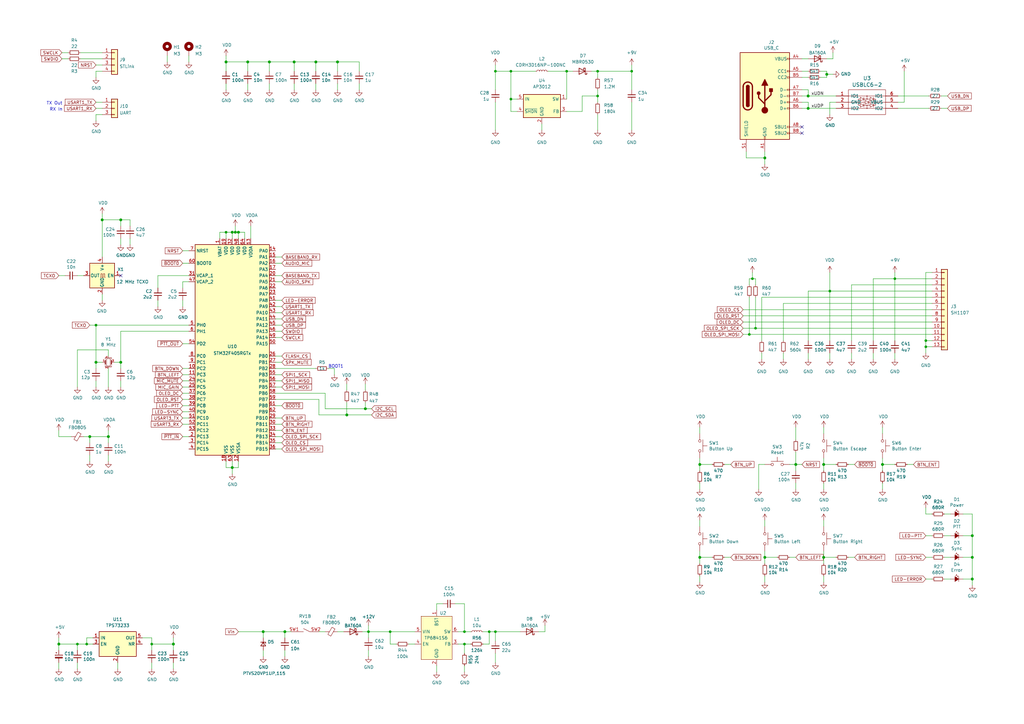
<source format=kicad_sch>
(kicad_sch (version 20211123) (generator eeschema)
  (paper "A3")
  (junction (at 116.84 259.08) (diameter 1.016))
  (junction (at 379.73 139.7))
  (junction (at 110.49 25.4) (diameter 1.016))
  (junction (at 203.2 259.08))
  (junction (at 190.5 259.08))
  (junction (at 120.65 25.4) (diameter 1.016))
  (junction (at 129.54 25.4) (diameter 1.016))
  (junction (at 95.25 95.25) (diameter 1.016))
  (junction (at 62.23 264.16))
  (junction (at 41.91 90.17) (diameter 1.016))
  (junction (at 49.53 148.59) (diameter 1.016))
  (junction (at 151.13 259.08))
  (junction (at 101.6 25.4) (diameter 1.016))
  (junction (at 309.88 134.62))
  (junction (at 203.2 29.21))
  (junction (at 31.75 264.16))
  (junction (at 35.56 264.16))
  (junction (at 287.02 190.5) (diameter 1.016))
  (junction (at 337.82 190.5) (diameter 1.016))
  (junction (at 326.39 190.5) (diameter 1.016))
  (junction (at 149.86 167.64) (diameter 1.016))
  (junction (at 313.69 228.6) (diameter 1.016))
  (junction (at 39.37 148.59) (diameter 1.016))
  (junction (at 259.08 29.21))
  (junction (at 331.47 39.37) (diameter 1.016))
  (junction (at 95.25 191.77) (diameter 1.016))
  (junction (at 44.45 179.07) (diameter 1.016))
  (junction (at 331.47 44.45) (diameter 1.016))
  (junction (at 160.02 259.08))
  (junction (at 287.02 228.6) (diameter 1.016))
  (junction (at 200.66 259.08))
  (junction (at 245.11 29.21))
  (junction (at 97.79 95.25) (diameter 1.016))
  (junction (at 245.11 39.37))
  (junction (at 209.55 29.21))
  (junction (at 337.82 228.6) (diameter 1.016))
  (junction (at 107.95 259.08) (diameter 1.016))
  (junction (at 138.43 25.4) (diameter 1.016))
  (junction (at 232.41 29.21))
  (junction (at 190.5 264.16))
  (junction (at 308.61 114.3))
  (junction (at 361.95 190.5) (diameter 1.016))
  (junction (at 340.36 119.38))
  (junction (at 92.71 25.4) (diameter 1.016))
  (junction (at 398.78 228.6) (diameter 1.016))
  (junction (at 209.55 40.64))
  (junction (at 96.52 95.25) (diameter 1.016))
  (junction (at 39.37 133.35))
  (junction (at 49.53 90.17) (diameter 1.016))
  (junction (at 398.78 219.71) (diameter 1.016))
  (junction (at 71.12 264.16) (diameter 1.016))
  (junction (at 24.13 264.16) (diameter 1.016))
  (junction (at 398.78 237.49) (diameter 1.016))
  (junction (at 367.03 114.3))
  (junction (at 36.83 179.07) (diameter 1.016))
  (junction (at 142.24 170.18) (diameter 1.016))
  (junction (at 92.71 95.25))
  (junction (at 339.09 30.48) (diameter 1.016))
  (junction (at 307.34 137.16))
  (junction (at 379.73 142.24))
  (junction (at 313.69 64.77) (diameter 1.016))
  (no_connect (at 328.93 52.07))
  (no_connect (at 328.93 54.61))
  (no_connect (at 49.53 113.03))
  (wire (pts (xy 95.25 189.23) (xy 95.25 191.77)))
  (wire (pts (xy 179.07 247.65) (xy 181.61 247.65)))
  (wire (pts (xy 160.02 259.08) (xy 160.02 264.16)))
  (wire (pts (xy 339.09 30.48) (xy 341.63 30.48)))
  (wire (pts (xy 90.17 97.79) (xy 90.17 95.25)))
  (wire (pts (xy 312.42 121.92) (xy 312.42 139.7)))
  (wire (pts (xy 113.03 166.37) (xy 115.57 166.37)))
  (wire (pts (xy 339.09 30.48) (xy 339.09 31.75)))
  (wire (pts (xy 342.9 41.91) (xy 340.36 41.91)))
  (wire (pts (xy 44.45 179.07) (xy 44.45 176.53)))
  (wire (pts (xy 287.02 175.26) (xy 287.02 177.8)))
  (wire (pts (xy 337.82 190.5) (xy 337.82 193.04)))
  (wire (pts (xy 212.09 45.72) (xy 209.55 45.72)))
  (wire (pts (xy 74.93 115.57) (xy 74.93 118.11)))
  (wire (pts (xy 367.03 144.78) (xy 367.03 147.32)))
  (wire (pts (xy 44.45 151.13) (xy 44.45 158.75)))
  (wire (pts (xy 92.71 97.79) (xy 92.71 95.25)))
  (wire (pts (xy 102.87 92.71) (xy 102.87 97.79)))
  (wire (pts (xy 113.03 148.59) (xy 115.57 148.59)))
  (wire (pts (xy 337.82 236.22) (xy 337.82 238.76)))
  (wire (pts (xy 113.03 161.29) (xy 133.35 161.29)))
  (wire (pts (xy 149.86 167.64) (xy 152.4 167.64)))
  (wire (pts (xy 133.35 161.29) (xy 133.35 167.64)))
  (wire (pts (xy 133.35 167.64) (xy 149.86 167.64)))
  (wire (pts (xy 198.12 259.08) (xy 200.66 259.08)))
  (wire (pts (xy 339.09 29.21) (xy 339.09 30.48)))
  (wire (pts (xy 110.49 34.29) (xy 110.49 36.83)))
  (wire (pts (xy 74.93 115.57) (xy 77.47 115.57)))
  (wire (pts (xy 39.37 133.35) (xy 39.37 148.59)))
  (wire (pts (xy 33.02 24.13) (xy 41.91 24.13)))
  (wire (pts (xy 379.73 142.24) (xy 379.73 144.78)))
  (wire (pts (xy 36.83 186.69) (xy 36.83 189.23)))
  (wire (pts (xy 307.34 121.92) (xy 307.34 137.16)))
  (wire (pts (xy 138.43 34.29) (xy 138.43 36.83)))
  (wire (pts (xy 307.34 116.84) (xy 307.34 114.3)))
  (wire (pts (xy 151.13 259.08) (xy 151.13 261.62)))
  (wire (pts (xy 142.24 157.48) (xy 142.24 160.02)))
  (wire (pts (xy 31.75 143.51) (xy 31.75 158.75)))
  (wire (pts (xy 44.45 143.51) (xy 31.75 143.51)))
  (wire (pts (xy 44.45 146.05) (xy 44.45 143.51)))
  (wire (pts (xy 209.55 40.64) (xy 212.09 40.64)))
  (wire (pts (xy 167.64 264.16) (xy 170.18 264.16)))
  (wire (pts (xy 387.35 237.49) (xy 389.89 237.49)))
  (wire (pts (xy 36.83 133.35) (xy 39.37 133.35)))
  (wire (pts (xy 326.39 190.5) (xy 326.39 193.04)))
  (wire (pts (xy 39.37 41.91) (xy 41.91 41.91)))
  (wire (pts (xy 95.25 95.25) (xy 92.71 95.25)))
  (wire (pts (xy 129.54 34.29) (xy 129.54 36.83)))
  (wire (pts (xy 115.57 158.75) (xy 113.03 158.75)))
  (wire (pts (xy 382.27 210.82) (xy 379.73 210.82)))
  (wire (pts (xy 382.27 139.7) (xy 379.73 139.7)))
  (wire (pts (xy 113.03 163.83) (xy 130.81 163.83)))
  (wire (pts (xy 142.24 170.18) (xy 152.4 170.18)))
  (wire (pts (xy 130.81 163.83) (xy 130.81 170.18)))
  (wire (pts (xy 130.81 170.18) (xy 142.24 170.18)))
  (wire (pts (xy 149.86 157.48) (xy 149.86 160.02)))
  (wire (pts (xy 33.02 21.59) (xy 41.91 21.59)))
  (wire (pts (xy 238.76 39.37) (xy 245.11 39.37)))
  (wire (pts (xy 323.85 228.6) (xy 326.39 228.6)))
  (wire (pts (xy 340.36 119.38) (xy 331.47 119.38)))
  (wire (pts (xy 368.3 39.37) (xy 381 39.37)))
  (wire (pts (xy 203.2 41.91) (xy 203.2 53.34)))
  (wire (pts (xy 49.53 148.59) (xy 49.53 151.13)))
  (wire (pts (xy 382.27 119.38) (xy 340.36 119.38)))
  (wire (pts (xy 53.34 97.79) (xy 53.34 100.33)))
  (wire (pts (xy 394.97 219.71) (xy 398.78 219.71)))
  (wire (pts (xy 308.61 111.76) (xy 308.61 114.3)))
  (wire (pts (xy 142.24 165.1) (xy 142.24 170.18)))
  (wire (pts (xy 203.2 26.67) (xy 203.2 29.21)))
  (wire (pts (xy 304.8 137.16) (xy 307.34 137.16)))
  (wire (pts (xy 101.6 25.4) (xy 110.49 25.4)))
  (wire (pts (xy 74.93 163.83) (xy 77.47 163.83)))
  (wire (pts (xy 46.99 148.59) (xy 49.53 148.59)))
  (wire (pts (xy 113.03 125.73) (xy 115.57 125.73)))
  (wire (pts (xy 41.91 120.65) (xy 41.91 123.19)))
  (wire (pts (xy 340.36 41.91) (xy 340.36 46.99)))
  (wire (pts (xy 368.3 44.45) (xy 381 44.45)))
  (wire (pts (xy 311.15 190.5) (xy 311.15 200.66)))
  (wire (pts (xy 179.07 273.05) (xy 179.07 275.59)))
  (wire (pts (xy 361.95 198.12) (xy 361.95 200.66)))
  (wire (pts (xy 95.25 191.77) (xy 95.25 194.31)))
  (wire (pts (xy 147.32 34.29) (xy 147.32 36.83)))
  (wire (pts (xy 44.45 186.69) (xy 44.45 189.23)))
  (wire (pts (xy 358.14 144.78) (xy 358.14 147.32)))
  (wire (pts (xy 386.08 39.37) (xy 388.62 39.37)))
  (wire (pts (xy 367.03 114.3) (xy 382.27 114.3)))
  (wire (pts (xy 74.93 161.29) (xy 77.47 161.29)))
  (wire (pts (xy 49.53 90.17) (xy 49.53 92.71)))
  (wire (pts (xy 107.95 259.08) (xy 107.95 261.62)))
  (wire (pts (xy 116.84 259.08) (xy 107.95 259.08)))
  (wire (pts (xy 323.85 190.5) (xy 326.39 190.5)))
  (wire (pts (xy 147.32 25.4) (xy 147.32 29.21)))
  (wire (pts (xy 190.5 247.65) (xy 190.5 259.08)))
  (wire (pts (xy 382.27 116.84) (xy 349.25 116.84)))
  (wire (pts (xy 203.2 29.21) (xy 203.2 36.83)))
  (wire (pts (xy 92.71 25.4) (xy 101.6 25.4)))
  (wire (pts (xy 92.71 191.77) (xy 95.25 191.77)))
  (wire (pts (xy 92.71 189.23) (xy 92.71 191.77)))
  (wire (pts (xy 95.25 191.77) (xy 97.79 191.77)))
  (wire (pts (xy 97.79 189.23) (xy 97.79 191.77)))
  (wire (pts (xy 340.36 111.76) (xy 340.36 119.38)))
  (wire (pts (xy 77.47 22.86) (xy 77.47 25.4)))
  (wire (pts (xy 326.39 198.12) (xy 326.39 200.66)))
  (wire (pts (xy 368.3 41.91) (xy 370.84 41.91)))
  (wire (pts (xy 386.08 44.45) (xy 388.62 44.45)))
  (wire (pts (xy 39.37 133.35) (xy 77.47 133.35)))
  (wire (pts (xy 287.02 226.06) (xy 287.02 228.6)))
  (wire (pts (xy 138.43 25.4) (xy 147.32 25.4)))
  (wire (pts (xy 312.42 121.92) (xy 382.27 121.92)))
  (wire (pts (xy 309.88 114.3) (xy 309.88 116.84)))
  (wire (pts (xy 190.5 264.16) (xy 190.5 267.97)))
  (wire (pts (xy 382.27 219.71) (xy 379.73 219.71)))
  (wire (pts (xy 74.93 102.87) (xy 77.47 102.87)))
  (wire (pts (xy 287.02 190.5) (xy 287.02 193.04)))
  (wire (pts (xy 90.17 95.25) (xy 92.71 95.25)))
  (wire (pts (xy 306.07 62.23) (xy 306.07 64.77)))
  (wire (pts (xy 74.93 156.21) (xy 77.47 156.21)))
  (wire (pts (xy 36.83 179.07) (xy 44.45 179.07)))
  (wire (pts (xy 203.2 259.08) (xy 203.2 262.89)))
  (wire (pts (xy 113.03 123.19) (xy 115.57 123.19)))
  (wire (pts (xy 71.12 271.78) (xy 71.12 274.32)))
  (wire (pts (xy 39.37 29.21) (xy 39.37 31.75)))
  (wire (pts (xy 41.91 29.21) (xy 39.37 29.21)))
  (wire (pts (xy 44.45 179.07) (xy 44.45 181.61)))
  (wire (pts (xy 179.07 250.19) (xy 179.07 247.65)))
  (wire (pts (xy 62.23 264.16) (xy 71.12 264.16)))
  (wire (pts (xy 370.84 29.21) (xy 370.84 41.91)))
  (wire (pts (xy 328.93 39.37) (xy 331.47 39.37)))
  (wire (pts (xy 49.53 97.79) (xy 49.53 100.33)))
  (wire (pts (xy 321.31 124.46) (xy 321.31 139.7)))
  (wire (pts (xy 313.69 213.36) (xy 313.69 215.9)))
  (wire (pts (xy 340.36 119.38) (xy 340.36 139.7)))
  (wire (pts (xy 328.93 44.45) (xy 331.47 44.45)))
  (wire (pts (xy 49.53 135.89) (xy 49.53 148.59)))
  (wire (pts (xy 287.02 187.96) (xy 287.02 190.5)))
  (wire (pts (xy 331.47 144.78) (xy 331.47 147.32)))
  (wire (pts (xy 129.54 25.4) (xy 129.54 29.21)))
  (wire (pts (xy 64.77 123.19) (xy 64.77 125.73)))
  (wire (pts (xy 190.5 259.08) (xy 193.04 259.08)))
  (wire (pts (xy 326.39 190.5) (xy 328.93 190.5)))
  (wire (pts (xy 223.52 256.54) (xy 223.52 259.08)))
  (wire (pts (xy 120.65 25.4) (xy 120.65 29.21)))
  (wire (pts (xy 113.03 179.07) (xy 115.57 179.07)))
  (wire (pts (xy 297.18 228.6) (xy 299.72 228.6)))
  (wire (pts (xy 74.93 173.99) (xy 77.47 173.99)))
  (wire (pts (xy 74.93 153.67) (xy 77.47 153.67)))
  (wire (pts (xy 74.93 158.75) (xy 77.47 158.75)))
  (wire (pts (xy 74.93 151.13) (xy 77.47 151.13)))
  (wire (pts (xy 312.42 144.78) (xy 312.42 147.32)))
  (wire (pts (xy 331.47 119.38) (xy 331.47 139.7)))
  (wire (pts (xy 337.82 175.26) (xy 337.82 177.8)))
  (wire (pts (xy 190.5 273.05) (xy 190.5 275.59)))
  (wire (pts (xy 151.13 259.08) (xy 160.02 259.08)))
  (wire (pts (xy 287.02 228.6) (xy 287.02 231.14)))
  (wire (pts (xy 149.86 165.1) (xy 149.86 167.64)))
  (wire (pts (xy 31.75 264.16) (xy 35.56 264.16)))
  (wire (pts (xy 35.56 264.16) (xy 38.1 264.16)))
  (wire (pts (xy 387.35 219.71) (xy 389.89 219.71)))
  (wire (pts (xy 115.57 138.43) (xy 113.03 138.43)))
  (wire (pts (xy 382.27 111.76) (xy 379.73 111.76)))
  (wire (pts (xy 309.88 121.92) (xy 309.88 134.62)))
  (wire (pts (xy 113.03 184.15) (xy 115.57 184.15)))
  (wire (pts (xy 113.03 173.99) (xy 115.57 173.99)))
  (wire (pts (xy 331.47 44.45) (xy 342.9 44.45)))
  (wire (pts (xy 74.93 171.45) (xy 77.47 171.45)))
  (wire (pts (xy 304.8 127) (xy 382.27 127)))
  (wire (pts (xy 337.82 198.12) (xy 337.82 200.66)))
  (wire (pts (xy 27.94 21.59) (xy 25.4 21.59)))
  (wire (pts (xy 115.57 135.89) (xy 113.03 135.89)))
  (wire (pts (xy 347.98 190.5) (xy 350.52 190.5)))
  (wire (pts (xy 222.25 50.8) (xy 222.25 53.34)))
  (wire (pts (xy 328.93 31.75) (xy 331.47 31.75)))
  (wire (pts (xy 24.13 113.03) (xy 26.67 113.03)))
  (wire (pts (xy 336.55 29.21) (xy 339.09 29.21)))
  (wire (pts (xy 245.11 39.37) (xy 245.11 41.91)))
  (wire (pts (xy 113.03 151.13) (xy 129.54 151.13)))
  (wire (pts (xy 382.27 237.49) (xy 379.73 237.49)))
  (wire (pts (xy 39.37 156.21) (xy 39.37 158.75)))
  (wire (pts (xy 115.57 156.21) (xy 113.03 156.21)))
  (wire (pts (xy 24.13 264.16) (xy 24.13 266.7)))
  (wire (pts (xy 71.12 264.16) (xy 71.12 266.7)))
  (wire (pts (xy 41.91 26.67) (xy 39.37 26.67)))
  (wire (pts (xy 394.97 210.82) (xy 398.78 210.82)))
  (wire (pts (xy 313.69 64.77) (xy 313.69 62.23)))
  (wire (pts (xy 41.91 90.17) (xy 41.91 87.63)))
  (wire (pts (xy 41.91 46.99) (xy 39.37 46.99)))
  (wire (pts (xy 387.35 210.82) (xy 389.89 210.82)))
  (wire (pts (xy 39.37 148.59) (xy 39.37 151.13)))
  (wire (pts (xy 151.13 266.7) (xy 151.13 269.24)))
  (wire (pts (xy 49.53 90.17) (xy 53.34 90.17)))
  (wire (pts (xy 113.03 105.41) (xy 115.57 105.41)))
  (wire (pts (xy 64.77 113.03) (xy 64.77 118.11)))
  (wire (pts (xy 238.76 45.72) (xy 238.76 39.37)))
  (wire (pts (xy 62.23 271.78) (xy 62.23 274.32)))
  (wire (pts (xy 321.31 144.78) (xy 321.31 147.32)))
  (wire (pts (xy 130.81 259.08) (xy 133.35 259.08)))
  (wire (pts (xy 115.57 146.05) (xy 113.03 146.05)))
  (wire (pts (xy 186.69 247.65) (xy 190.5 247.65)))
  (wire (pts (xy 29.21 179.07) (xy 24.13 179.07)))
  (wire (pts (xy 41.91 90.17) (xy 49.53 90.17)))
  (wire (pts (xy 209.55 29.21) (xy 209.55 40.64)))
  (wire (pts (xy 245.11 39.37) (xy 245.11 36.83)))
  (wire (pts (xy 113.03 113.03) (xy 115.57 113.03)))
  (wire (pts (xy 337.82 228.6) (xy 337.82 231.14)))
  (wire (pts (xy 387.35 228.6) (xy 389.89 228.6)))
  (wire (pts (xy 379.73 142.24) (xy 382.27 142.24)))
  (wire (pts (xy 39.37 44.45) (xy 41.91 44.45)))
  (wire (pts (xy 232.41 45.72) (xy 238.76 45.72)))
  (wire (pts (xy 203.2 267.97) (xy 203.2 271.78)))
  (wire (pts (xy 48.26 271.78) (xy 48.26 274.32)))
  (wire (pts (xy 31.75 271.78) (xy 31.75 274.32)))
  (wire (pts (xy 245.11 46.99) (xy 245.11 53.34)))
  (wire (pts (xy 110.49 25.4) (xy 120.65 25.4)))
  (wire (pts (xy 49.53 135.89) (xy 77.47 135.89)))
  (wire (pts (xy 287.02 190.5) (xy 292.1 190.5)))
  (wire (pts (xy 367.03 114.3) (xy 358.14 114.3)))
  (wire (pts (xy 134.62 151.13) (xy 137.16 151.13)))
  (wire (pts (xy 27.94 24.13) (xy 25.4 24.13)))
  (wire (pts (xy 209.55 45.72) (xy 209.55 40.64)))
  (wire (pts (xy 379.73 111.76) (xy 379.73 139.7)))
  (wire (pts (xy 116.84 266.7) (xy 116.84 269.24)))
  (wire (pts (xy 328.93 36.83) (xy 331.47 36.83)))
  (wire (pts (xy 187.96 264.16) (xy 190.5 264.16)))
  (wire (pts (xy 394.97 237.49) (xy 398.78 237.49)))
  (wire (pts (xy 96.52 95.25) (xy 95.25 95.25)))
  (wire (pts (xy 97.79 95.25) (xy 96.52 95.25)))
  (wire (pts (xy 259.08 29.21) (xy 259.08 36.83)))
  (wire (pts (xy 287.02 198.12) (xy 287.02 200.66)))
  (wire (pts (xy 24.13 271.78) (xy 24.13 274.32)))
  (wire (pts (xy 138.43 259.08) (xy 140.97 259.08)))
  (wire (pts (xy 382.27 228.6) (xy 379.73 228.6)))
  (wire (pts (xy 313.69 228.6) (xy 313.69 231.14)))
  (wire (pts (xy 339.09 24.13) (xy 341.63 24.13)))
  (wire (pts (xy 71.12 264.16) (xy 71.12 261.62)))
  (wire (pts (xy 107.95 266.7) (xy 107.95 269.24)))
  (wire (pts (xy 97.79 97.79) (xy 97.79 95.25)))
  (wire (pts (xy 313.69 226.06) (xy 313.69 228.6)))
  (wire (pts (xy 287.02 213.36) (xy 287.02 215.9)))
  (wire (pts (xy 77.47 166.37) (xy 74.93 166.37)))
  (wire (pts (xy 308.61 114.3) (xy 309.88 114.3)))
  (wire (pts (xy 68.58 22.86) (xy 68.58 25.4)))
  (wire (pts (xy 306.07 64.77) (xy 313.69 64.77)))
  (wire (pts (xy 148.59 259.08) (xy 151.13 259.08)))
  (wire (pts (xy 331.47 41.91) (xy 331.47 44.45)))
  (wire (pts (xy 100.33 97.79) (xy 100.33 95.25)))
  (wire (pts (xy 307.34 114.3) (xy 308.61 114.3)))
  (wire (pts (xy 198.12 264.16) (xy 200.66 264.16)))
  (wire (pts (xy 367.03 111.76) (xy 367.03 114.3)))
  (wire (pts (xy 31.75 113.03) (xy 34.29 113.03)))
  (wire (pts (xy 328.93 24.13) (xy 331.47 24.13)))
  (wire (pts (xy 187.96 259.08) (xy 190.5 259.08)))
  (wire (pts (xy 326.39 175.26) (xy 326.39 180.34)))
  (wire (pts (xy 259.08 41.91) (xy 259.08 53.34)))
  (wire (pts (xy 77.47 168.91) (xy 74.93 168.91)))
  (wire (pts (xy 113.03 176.53) (xy 115.57 176.53)))
  (wire (pts (xy 245.11 29.21) (xy 245.11 31.75)))
  (wire (pts (xy 341.63 24.13) (xy 341.63 21.59)))
  (wire (pts (xy 64.77 113.03) (xy 77.47 113.03)))
  (wire (pts (xy 337.82 213.36) (xy 337.82 215.9)))
  (wire (pts (xy 160.02 259.08) (xy 170.18 259.08)))
  (wire (pts (xy 92.71 22.86) (xy 92.71 25.4)))
  (wire (pts (xy 74.93 140.97) (xy 77.47 140.97)))
  (wire (pts (xy 337.82 190.5) (xy 342.9 190.5)))
  (wire (pts (xy 382.27 137.16) (xy 307.34 137.16)))
  (wire (pts (xy 200.66 259.08) (xy 203.2 259.08)))
  (wire (pts (xy 58.42 261.62) (xy 62.23 261.62)))
  (wire (pts (xy 62.23 261.62) (xy 62.23 264.16)))
  (wire (pts (xy 24.13 264.16) (xy 24.13 261.62)))
  (wire (pts (xy 232.41 29.21) (xy 232.41 40.64)))
  (wire (pts (xy 313.69 64.77) (xy 313.69 67.31)))
  (wire (pts (xy 113.03 181.61) (xy 115.57 181.61)))
  (wire (pts (xy 340.36 144.78) (xy 340.36 147.32)))
  (wire (pts (xy 313.69 228.6) (xy 318.77 228.6)))
  (wire (pts (xy 39.37 46.99) (xy 39.37 49.53)))
  (wire (pts (xy 372.11 190.5) (xy 374.65 190.5)))
  (wire (pts (xy 100.33 95.25) (xy 97.79 95.25)))
  (wire (pts (xy 101.6 25.4) (xy 101.6 29.21)))
  (wire (pts (xy 361.95 190.5) (xy 367.03 190.5)))
  (wire (pts (xy 224.79 29.21) (xy 232.41 29.21)))
  (wire (pts (xy 337.82 226.06) (xy 337.82 228.6)))
  (wire (pts (xy 203.2 259.08) (xy 213.36 259.08)))
  (wire (pts (xy 361.95 190.5) (xy 361.95 193.04)))
  (wire (pts (xy 219.71 29.21) (xy 209.55 29.21)))
  (wire (pts (xy 242.57 29.21) (xy 245.11 29.21)))
  (wire (pts (xy 129.54 25.4) (xy 138.43 25.4)))
  (wire (pts (xy 96.52 92.71) (xy 96.52 95.25)))
  (wire (pts (xy 151.13 256.54) (xy 151.13 259.08)))
  (wire (pts (xy 31.75 264.16) (xy 31.75 266.7)))
  (wire (pts (xy 287.02 228.6) (xy 292.1 228.6)))
  (wire (pts (xy 245.11 29.21) (xy 259.08 29.21)))
  (wire (pts (xy 113.03 115.57) (xy 115.57 115.57)))
  (wire (pts (xy 74.93 123.19) (xy 74.93 125.73)))
  (wire (pts (xy 304.8 134.62) (xy 309.88 134.62)))
  (wire (pts (xy 339.09 31.75) (xy 336.55 31.75)))
  (wire (pts (xy 379.73 210.82) (xy 379.73 208.28)))
  (wire (pts (xy 74.93 179.07) (xy 77.47 179.07)))
  (wire (pts (xy 113.03 153.67) (xy 115.57 153.67)))
  (wire (pts (xy 297.18 190.5) (xy 299.72 190.5)))
  (wire (pts (xy 138.43 25.4) (xy 138.43 29.21)))
  (wire (pts (xy 220.98 259.08) (xy 223.52 259.08)))
  (wire (pts (xy 379.73 139.7) (xy 379.73 142.24)))
  (wire (pts (xy 49.53 156.21) (xy 49.53 158.75)))
  (wire (pts (xy 313.69 236.22) (xy 313.69 238.76)))
  (wire (pts (xy 39.37 148.59) (xy 41.91 148.59)))
  (wire (pts (xy 382.27 134.62) (xy 309.88 134.62)))
  (wire (pts (xy 328.93 29.21) (xy 331.47 29.21)))
  (wire (pts (xy 120.65 25.4) (xy 129.54 25.4)))
  (wire (pts (xy 347.98 228.6) (xy 350.52 228.6)))
  (wire (pts (xy 259.08 26.67) (xy 259.08 29.21)))
  (wire (pts (xy 337.82 228.6) (xy 342.9 228.6)))
  (wire (pts (xy 38.1 261.62) (xy 35.56 261.62)))
  (wire (pts (xy 35.56 261.62) (xy 35.56 264.16)))
  (wire (pts (xy 34.29 179.07) (xy 36.83 179.07)))
  (wire (pts (xy 92.71 29.21) (xy 92.71 25.4)))
  (wire (pts (xy 349.25 144.78) (xy 349.25 147.32)))
  (wire (pts (xy 101.6 34.29) (xy 101.6 36.83)))
  (wire (pts (xy 321.31 124.46) (xy 382.27 124.46)))
  (wire (pts (xy 367.03 139.7) (xy 367.03 114.3)))
  (wire (pts (xy 331.47 39.37) (xy 342.9 39.37)))
  (wire (pts (xy 116.84 259.08) (xy 116.84 261.62)))
  (wire (pts (xy 119.38 259.08) (xy 116.84 259.08)))
  (wire (pts (xy 361.95 175.26) (xy 361.95 177.8)))
  (wire (pts (xy 137.16 151.13) (xy 137.16 153.67)))
  (wire (pts (xy 74.93 107.95) (xy 77.47 107.95)))
  (wire (pts (xy 398.78 219.71) (xy 398.78 228.6)))
  (wire (pts (xy 62.23 264.16) (xy 62.23 266.7)))
  (wire (pts (xy 53.34 90.17) (xy 53.34 92.71)))
  (wire (pts (xy 209.55 29.21) (xy 203.2 29.21)))
  (wire (pts (xy 361.95 187.96) (xy 361.95 190.5)))
  (wire (pts (xy 120.65 34.29) (xy 120.65 36.83)))
  (wire (pts (xy 331.47 36.83) (xy 331.47 39.37)))
  (wire (pts (xy 398.78 228.6) (xy 398.78 237.49)))
  (wire (pts (xy 232.41 29.21) (xy 234.95 29.21)))
  (wire (pts (xy 92.71 34.29) (xy 92.71 36.83)))
  (wire (pts (xy 41.91 105.41) (xy 41.91 90.17)))
  (wire (pts (xy 162.56 264.16) (xy 160.02 264.16)))
  (wire (pts (xy 398.78 237.49) (xy 398.78 240.03)))
  (wire (pts (xy 358.14 114.3) (xy 358.14 139.7)))
  (wire (pts (xy 110.49 25.4) (xy 110.49 29.21)))
  (wire (pts (xy 95.25 97.79) (xy 95.25 95.25)))
  (wire (pts (xy 190.5 264.16) (xy 193.04 264.16)))
  (wire (pts (xy 398.78 210.82) (xy 398.78 219.71)))
  (wire (pts (xy 97.79 259.08) (xy 107.95 259.08)))
  (wire (pts (xy 337.82 187.96) (xy 337.82 190.5)))
  (wire (pts (xy 200.66 259.08) (xy 200.66 264.16)))
  (wire (pts (xy 394.97 228.6) (xy 398.78 228.6)))
  (wire (pts (xy 24.13 179.07) (xy 24.13 176.53)))
  (wire (pts (xy 115.57 133.35) (xy 113.03 133.35)))
  (wire (pts (xy 36.83 179.07) (xy 36.83 181.61)))
  (wire (pts (xy 328.93 41.91) (xy 331.47 41.91)))
  (wire (pts (xy 31.75 264.16) (xy 24.13 264.16)))
  (wire (pts (xy 311.15 190.5) (xy 313.69 190.5)))
  (wire (pts (xy 113.03 107.95) (xy 115.57 107.95)))
  (wire (pts (xy 349.25 116.84) (xy 349.25 139.7)))
  (wire (pts (xy 113.03 128.27) (xy 115.57 128.27)))
  (wire (pts (xy 287.02 236.22) (xy 287.02 238.76)))
  (wire (pts (xy 304.8 129.54) (xy 382.27 129.54)))
  (wire (pts (xy 115.57 130.81) (xy 113.03 130.81)))
  (wire (pts (xy 326.39 185.42) (xy 326.39 190.5)))
  (wire (pts (xy 113.03 171.45) (xy 115.57 171.45)))
  (wire (pts (xy 304.8 132.08) (xy 382.27 132.08)))
  (text "BOOT1" (at 134.62 151.13 0) (effects (font (size 1.27 1.27)) (justify left bottom)))
  (text "TX Out" (at 19.05 43.18 0) (effects (font (size 1.27 1.27)) (justify left bottom)))
  (text "RX In" (at 20.32 45.72 0) (effects (font (size 1.27 1.27)) (justify left bottom)))
  (label "xUDN" (at 332.74 39.37 0))
  (label "xUDP" (at 332.74 44.45 0))
  (global_label "LED-SYNC" (shape input) (at 379.73 228.6 180) (property "Intersheet References" "${INTERSHEET_REFS}" (effects hide)))
  (global_label "USART1_RX" (shape input) (at 39.37 44.45 180) (property "Intersheet References" "${INTERSHEET_REFS}" (effects hide)))
  (global_label "LED-ERROR" (shape input) (at 379.73 237.49 180) (property "Intersheet References" "${INTERSHEET_REFS}" (effects hide)))
  (global_label "Vin" (shape input) (at 97.79 259.08 180) (property "Intersheet References" "${INTERSHEET_REFS}" (effects hide)))
  (global_label "OLED_CS" (shape input) (at 115.57 181.61 0) (property "Intersheet References" "${INTERSHEET_REFS}" (effects hide)))
  (global_label "USB_DP" (shape input) (at 388.62 44.45 0) (property "Intersheet References" "${INTERSHEET_REFS}" (effects hide)))
  (global_label "SWCLK" (shape input) (at 115.57 138.43 0) (property "Intersheet References" "${INTERSHEET_REFS}" (effects hide)))
  (global_label "~{PTT_IN}" (shape input) (at 74.93 179.07 180) (property "Intersheet References" "${INTERSHEET_REFS}" (effects hide)))
  (global_label "OLED_SPI_MOSI" (shape input) (at 115.57 184.15 0) (property "Intersheet References" "${INTERSHEET_REFS}" (effects hide)))
  (global_label "OLED_SPI_SCK" (shape input) (at 304.8 134.62 180) (property "Intersheet References" "${INTERSHEET_REFS}" (effects hide)))
  (global_label "OLED_DC" (shape input) (at 304.8 132.08 180) (property "Intersheet References" "${INTERSHEET_REFS}" (effects hide)))
  (global_label "BTN_LEFT" (shape input) (at 326.39 228.6 0) (property "Intersheet References" "${INTERSHEET_REFS}" (effects hide)))
  (global_label "~{BOOT0}" (shape input) (at 115.57 166.37 0) (property "Intersheet References" "${INTERSHEET_REFS}" (effects hide)))
  (global_label "MIC_GAIN" (shape input) (at 74.93 158.75 180) (property "Intersheet References" "${INTERSHEET_REFS}" (effects hide)))
  (global_label "OLED_SPI_MOSI" (shape input) (at 304.8 137.16 180) (property "Intersheet References" "${INTERSHEET_REFS}" (effects hide)))
  (global_label "SWCLK" (shape input) (at 25.4 21.59 180) (property "Intersheet References" "${INTERSHEET_REFS}" (effects hide)))
  (global_label "BTN_ENT" (shape input) (at 374.65 190.5 0) (property "Intersheet References" "${INTERSHEET_REFS}" (effects hide)))
  (global_label "AUDIO_SPK" (shape input) (at 115.57 115.57 0) (property "Intersheet References" "${INTERSHEET_REFS}" (effects hide)))
  (global_label "OLED_DC" (shape input) (at 74.93 161.29 180) (property "Intersheet References" "${INTERSHEET_REFS}" (effects hide)))
  (global_label "~{PTT_OUT}" (shape input) (at 74.93 140.97 180) (property "Intersheet References" "${INTERSHEET_REFS}" (effects hide)))
  (global_label "~{MIC_MUTE}" (shape input) (at 74.93 156.21 180) (property "Intersheet References" "${INTERSHEET_REFS}" (effects hide)))
  (global_label "SWDIO" (shape input) (at 25.4 24.13 180) (property "Intersheet References" "${INTERSHEET_REFS}" (effects hide)))
  (global_label "LED-PTT" (shape input) (at 74.93 166.37 180) (property "Intersheet References" "${INTERSHEET_REFS}" (effects hide)))
  (global_label "TCXO" (shape input) (at 24.13 113.03 180) (property "Intersheet References" "${INTERSHEET_REFS}" (effects hide)))
  (global_label "~{BOOT0}" (shape input) (at 350.52 190.5 0) (property "Intersheet References" "${INTERSHEET_REFS}" (effects hide)))
  (global_label "OLED_SPI_SCK" (shape input) (at 115.57 179.07 0) (property "Intersheet References" "${INTERSHEET_REFS}" (effects hide)))
  (global_label "LED-ERROR" (shape input) (at 115.57 123.19 0) (property "Intersheet References" "${INTERSHEET_REFS}" (effects hide)))
  (global_label "BTN_DOWN" (shape input) (at 74.93 151.13 180) (property "Intersheet References" "${INTERSHEET_REFS}" (effects hide)))
  (global_label "LED-PTT" (shape input) (at 379.73 219.71 180) (property "Intersheet References" "${INTERSHEET_REFS}" (effects hide)))
  (global_label "USB_DP" (shape input) (at 115.57 133.35 0) (property "Intersheet References" "${INTERSHEET_REFS}" (effects hide)))
  (global_label "I2C_SCL" (shape input) (at 152.4 167.64 0) (property "Intersheet References" "${INTERSHEET_REFS}" (effects hide)))
  (global_label "AUDIO_MIC" (shape input) (at 115.57 107.95 0) (property "Intersheet References" "${INTERSHEET_REFS}" (effects hide)))
  (global_label "BTN_LEFT" (shape input) (at 74.93 153.67 180) (property "Intersheet References" "${INTERSHEET_REFS}" (effects hide)))
  (global_label "SPI1_MOSI" (shape input) (at 115.57 158.75 0) (property "Intersheet References" "${INTERSHEET_REFS}" (effects hide)))
  (global_label "USB_DN" (shape input) (at 115.57 130.81 0) (property "Intersheet References" "${INTERSHEET_REFS}" (effects hide)))
  (global_label "USART1_TX" (shape input) (at 115.57 125.73 0) (property "Intersheet References" "${INTERSHEET_REFS}" (effects hide)))
  (global_label "USART1_RX" (shape input) (at 115.57 128.27 0) (property "Intersheet References" "${INTERSHEET_REFS}" (effects hide)))
  (global_label "BTN_ENT" (shape input) (at 115.57 176.53 0) (property "Intersheet References" "${INTERSHEET_REFS}" (effects hide)))
  (global_label "NRST" (shape input) (at 39.37 26.67 180) (property "Intersheet References" "${INTERSHEET_REFS}" (effects hide)))
  (global_label "FLASH_CS" (shape input) (at 115.57 146.05 0) (property "Intersheet References" "${INTERSHEET_REFS}" (effects hide)))
  (global_label "BTN_RIGHT" (shape input) (at 350.52 228.6 0) (property "Intersheet References" "${INTERSHEET_REFS}" (effects hide)))
  (global_label "USART1_TX" (shape input) (at 39.37 41.91 180) (property "Intersheet References" "${INTERSHEET_REFS}" (effects hide)))
  (global_label "BTN_DOWN" (shape input) (at 299.72 228.6 0) (property "Intersheet References" "${INTERSHEET_REFS}" (effects hide)))
  (global_label "USART3_RX" (shape input) (at 74.93 173.99 180) (property "Intersheet References" "${INTERSHEET_REFS}" (effects hide)))
  (global_label "SWDIO" (shape input) (at 115.57 135.89 0) (property "Intersheet References" "${INTERSHEET_REFS}" (effects hide)))
  (global_label "OLED_RST" (shape input) (at 304.8 129.54 180) (property "Intersheet References" "${INTERSHEET_REFS}" (effects hide)))
  (global_label "SPI1_MISO" (shape input) (at 115.57 156.21 0) (property "Intersheet References" "${INTERSHEET_REFS}" (effects hide)))
  (global_label "NRST" (shape input) (at 328.93 190.5 0) (property "Intersheet References" "${INTERSHEET_REFS}" (effects hide)))
  (global_label "LED-SYNC" (shape input) (at 74.93 168.91 180) (property "Intersheet References" "${INTERSHEET_REFS}" (effects hide)))
  (global_label "SPI1_SCK" (shape input) (at 115.57 153.67 0) (property "Intersheet References" "${INTERSHEET_REFS}" (effects hide)))
  (global_label "BASEBAND_RX" (shape input) (at 115.57 105.41 0) (property "Intersheet References" "${INTERSHEET_REFS}" (effects hide)))
  (global_label "~{BOOT0}" (shape input) (at 74.93 107.95 180) (property "Intersheet References" "${INTERSHEET_REFS}" (effects hide)))
  (global_label "BTN_UP" (shape input) (at 115.57 171.45 0) (property "Intersheet References" "${INTERSHEET_REFS}" (effects hide)))
  (global_label "OLED_CS" (shape input) (at 304.8 127 180) (property "Intersheet References" "${INTERSHEET_REFS}" (effects hide)))
  (global_label "SPK_MUTE" (shape input) (at 115.57 148.59 0) (property "Intersheet References" "${INTERSHEET_REFS}" (effects hide)))
  (global_label "USART3_TX" (shape input) (at 74.93 171.45 180) (property "Intersheet References" "${INTERSHEET_REFS}" (effects hide)))
  (global_label "BTN_UP" (shape input) (at 299.72 190.5 0) (property "Intersheet References" "${INTERSHEET_REFS}" (effects hide)))
  (global_label "OLED_RST" (shape input) (at 74.93 163.83 180) (property "Intersheet References" "${INTERSHEET_REFS}" (effects hide)))
  (global_label "NRST" (shape input) (at 74.93 102.87 180) (property "Intersheet References" "${INTERSHEET_REFS}" (effects hide)))
  (global_label "BASEBAND_TX" (shape input) (at 115.57 113.03 0) (property "Intersheet References" "${INTERSHEET_REFS}" (effects hide)))
  (global_label "TCXO" (shape input) (at 36.83 133.35 180) (property "Intersheet References" "${INTERSHEET_REFS}" (effects hide)))
  (global_label "I2C_SDA" (shape input) (at 152.4 170.18 0) (property "Intersheet References" "${INTERSHEET_REFS}" (effects hide)))
  (global_label "USB_DN" (shape input) (at 388.62 39.37 0) (property "Intersheet References" "${INTERSHEET_REFS}" (effects hide)))
  (global_label "BTN_RIGHT" (shape input) (at 115.57 173.99 0) (property "Intersheet References" "${INTERSHEET_REFS}" (effects hide)))
  (symbol (lib_id "Device:Crystal_GND24_Small") (at 44.45 148.59 0) (unit 1)
    (property "Reference" "Y1" (at 44.45 139.065 0))
    (property "Value" "8 MHz" (at 44.45 141.3764 0))
    (property "Footprint" "Crystal:Crystal_SMD_3225-4Pin_3.2x2.5mm" (effects hide))
  )
  (symbol (lib_id "pkl_device:pkl_C_Small") (at 39.37 153.67 0) (mirror x) (unit 1)
    (property "Reference" "C3" (at 37.0332 152.5016 0) (effects (justify right)))
    (property "Value" "12p" (at 37.0332 154.813 0) (effects (justify right)))
    (property "Footprint" "pkl_dipol:C_0603" (effects hide))
  )
  (symbol (lib_id "pkl_device:pkl_C_Small") (at 49.53 153.67 0) (unit 1)
    (property "Reference" "C6" (at 51.8668 152.5016 0) (effects (justify left)))
    (property "Value" "12p" (at 51.8668 154.813 0) (effects (justify left)))
    (property "Footprint" "pkl_dipol:C_0603" (effects hide))
  )
  (symbol (lib_id "power:GND") (at 39.37 158.75 0) (unit 1)
    (property "Reference" "#PWR05" (effects hide))
    (property "Value" "GND" (at 39.497 163.1442 0))
  )
  (symbol (lib_id "power:GND") (at 49.53 158.75 0) (unit 1)
    (property "Reference" "#PWR010" (effects hide))
    (property "Value" "GND" (at 49.657 163.1442 0))
  )
  (symbol (lib_id "pkl_device:pkl_C_Small") (at 74.93 120.65 0) (mirror x) (unit 1)
    (property "Reference" "C5" (at 72.5932 119.4816 0) (effects (justify right)))
    (property "Value" "2u2" (at 72.5932 121.793 0) (effects (justify right)))
    (property "Footprint" "pkl_dipol:C_0603" (effects hide))
  )
  (symbol (lib_id "pkl_device:pkl_C_Small") (at 64.77 120.65 0) (mirror x) (unit 1)
    (property "Reference" "C2" (at 62.4332 119.4816 0) (effects (justify right)))
    (property "Value" "2u2" (at 62.4332 121.793 0) (effects (justify right)))
    (property "Footprint" "pkl_dipol:C_0603" (effects hide))
  )
  (symbol (lib_id "power:GND") (at 64.77 125.73 0) (unit 1)
    (property "Reference" "#PWR04" (effects hide))
    (property "Value" "GND" (at 64.897 130.1242 0))
  )
  (symbol (lib_id "Oscillator:XO32") (at 41.91 113.03 0) (mirror y) (unit 1)
    (property "Reference" "X1" (at 50.8 110.49 0) (effects (justify left)))
    (property "Value" "12 MHz TCXO" (at 60.96 115.57 0) (effects (justify left)))
    (property "Footprint" "Oscillator:Oscillator_SMD_Abracon_ASE-4Pin_3.2x2.5mm" (effects hide))
    (property "Datasheet" "http://cdn-reichelt.de/documents/datenblatt/B400/XO32.pdf" (effects hide))
  )
  (symbol (lib_id "power:GND") (at 74.93 125.73 0) (unit 1)
    (property "Reference" "#PWR09" (effects hide))
    (property "Value" "GND" (at 75.057 130.1242 0))
  )
  (symbol (lib_id "Device:Ferrite_Bead_Small") (at 31.75 179.07 270) (unit 1)
    (property "Reference" "FB1" (at 31.75 173.0502 90))
    (property "Value" "FB0805" (at 31.75 175.3616 90))
    (property "Footprint" "pkl_dipol:L_0805" (effects hide))
  )
  (symbol (lib_id "pkl_device:pkl_C_Small") (at 36.83 184.15 0) (unit 1)
    (property "Reference" "C8" (at 39.1668 182.9816 0) (effects (justify left)))
    (property "Value" "1u" (at 39.1668 185.293 0) (effects (justify left)))
    (property "Footprint" "pkl_dipol:C_0603" (effects hide))
  )
  (symbol (lib_id "pkl_device:pkl_C_Small") (at 44.45 184.15 0) (unit 1)
    (property "Reference" "C11" (at 46.7868 182.9816 0) (effects (justify left)))
    (property "Value" "100n" (at 46.7868 185.293 0) (effects (justify left)))
    (property "Footprint" "pkl_dipol:C_0603" (effects hide))
  )
  (symbol (lib_id "power:VDD") (at 24.13 176.53 0) (unit 1)
    (property "Reference" "#PWR01" (effects hide))
    (property "Value" "VDD" (at 24.511 172.1358 0))
  )
  (symbol (lib_id "power:GND") (at 41.91 123.19 0) (mirror y) (unit 1)
    (property "Reference" "#PWR034" (effects hide))
    (property "Value" "GND" (at 41.783 127.5842 0))
  )
  (symbol (lib_id "power:VDDA") (at 102.87 92.71 0) (unit 1)
    (property "Reference" "#PWR022" (effects hide))
    (property "Value" "VDDA" (at 103.251 88.3158 0))
  )
  (symbol (lib_id "power:VDDA") (at 44.45 176.53 0) (unit 1)
    (property "Reference" "#PWR016" (effects hide))
    (property "Value" "VDDA" (at 44.831 172.1358 0))
  )
  (symbol (lib_id "power:VDD") (at 96.52 92.71 0) (unit 1)
    (property "Reference" "#PWR019" (effects hide))
    (property "Value" "VDD" (at 96.901 88.3158 0))
  )
  (symbol (lib_id "pkl_device:pkl_C_Small") (at 92.71 31.75 0) (unit 1)
    (property "Reference" "C1" (at 95.0468 30.5816 0) (effects (justify left)))
    (property "Value" "100n" (at 95.0468 32.893 0) (effects (justify left)))
    (property "Footprint" "pkl_dipol:C_0603" (effects hide))
  )
  (symbol (lib_id "pkl_device:pkl_C_Small") (at 101.6 31.75 0) (unit 1)
    (property "Reference" "C4" (at 103.9368 30.5816 0) (effects (justify left)))
    (property "Value" "10n" (at 103.9368 32.893 0) (effects (justify left)))
    (property "Footprint" "pkl_dipol:C_0603" (effects hide))
  )
  (symbol (lib_id "pkl_device:pkl_C_Small") (at 110.49 31.75 0) (unit 1)
    (property "Reference" "C7" (at 112.8268 30.5816 0) (effects (justify left)))
    (property "Value" "100n" (at 112.8268 32.893 0) (effects (justify left)))
    (property "Footprint" "pkl_dipol:C_0603" (effects hide))
  )
  (symbol (lib_id "pkl_device:pkl_C_Small") (at 120.65 31.75 0) (unit 1)
    (property "Reference" "C13" (at 122.9868 30.5816 0) (effects (justify left)))
    (property "Value" "100n" (at 122.9868 32.893 0) (effects (justify left)))
    (property "Footprint" "pkl_dipol:C_0603" (effects hide))
  )
  (symbol (lib_id "pkl_device:pkl_C_Small") (at 129.54 31.75 0) (unit 1)
    (property "Reference" "C14" (at 131.8768 30.5816 0) (effects (justify left)))
    (property "Value" "10n" (at 131.8768 32.893 0) (effects (justify left)))
    (property "Footprint" "pkl_dipol:C_0603" (effects hide))
  )
  (symbol (lib_id "pkl_device:pkl_C_Small") (at 138.43 31.75 0) (unit 1)
    (property "Reference" "C16" (at 140.7668 30.5816 0) (effects (justify left)))
    (property "Value" "10n" (at 140.7668 32.893 0) (effects (justify left)))
    (property "Footprint" "pkl_dipol:C_0603" (effects hide))
  )
  (symbol (lib_id "pkl_device:pkl_C_Small") (at 147.32 31.75 0) (unit 1)
    (property "Reference" "C17" (at 149.6568 30.5816 0) (effects (justify left)))
    (property "Value" "1u" (at 149.6568 32.893 0) (effects (justify left)))
    (property "Footprint" "pkl_dipol:C_0603" (effects hide))
  )
  (symbol (lib_id "power:GND") (at 92.71 36.83 0) (unit 1)
    (property "Reference" "#PWR03" (effects hide))
    (property "Value" "GND" (at 92.837 41.2242 0))
  )
  (symbol (lib_id "power:GND") (at 101.6 36.83 0) (unit 1)
    (property "Reference" "#PWR08" (effects hide))
    (property "Value" "GND" (at 101.727 41.2242 0))
  )
  (symbol (lib_id "power:GND") (at 110.49 36.83 0) (unit 1)
    (property "Reference" "#PWR011" (effects hide))
    (property "Value" "GND" (at 110.617 41.2242 0))
  )
  (symbol (lib_id "power:GND") (at 120.65 36.83 0) (unit 1)
    (property "Reference" "#PWR013" (effects hide))
    (property "Value" "GND" (at 120.777 41.2242 0))
  )
  (symbol (lib_id "power:GND") (at 129.54 36.83 0) (unit 1)
    (property "Reference" "#PWR015" (effects hide))
    (property "Value" "GND" (at 129.667 41.2242 0))
  )
  (symbol (lib_id "power:GND") (at 138.43 36.83 0) (unit 1)
    (property "Reference" "#PWR018" (effects hide))
    (property "Value" "GND" (at 138.557 41.2242 0))
  )
  (symbol (lib_id "power:GND") (at 147.32 36.83 0) (unit 1)
    (property "Reference" "#PWR020" (effects hide))
    (property "Value" "GND" (at 147.447 41.2242 0))
  )
  (symbol (lib_id "pkl_device:pkl_C_Small") (at 29.21 113.03 270) (unit 1)
    (property "Reference" "C22" (at 29.21 107.2134 90))
    (property "Value" "10n" (at 29.21 109.5248 90))
    (property "Footprint" "pkl_dipol:C_0603" (effects hide))
  )
  (symbol (lib_id "pkl_device:pkl_C_Small") (at 49.53 95.25 0) (mirror x) (unit 1)
    (property "Reference" "C24" (at 47.1932 94.0816 0) (effects (justify right)))
    (property "Value" "100n" (at 47.1932 96.393 0) (effects (justify right)))
    (property "Footprint" "pkl_dipol:C_0603" (effects hide))
  )
  (symbol (lib_id "power:VDD") (at 92.71 22.86 0) (unit 1)
    (property "Reference" "#PWR02" (effects hide))
    (property "Value" "VDD" (at 93.091 18.4658 0))
  )
  (symbol (lib_id "power:VDD") (at 41.91 87.63 0) (unit 1)
    (property "Reference" "#PWR033" (effects hide))
    (property "Value" "VDD" (at 42.291 83.2358 0))
  )
  (symbol (lib_id "power:GND") (at 49.53 100.33 0) (unit 1)
    (property "Reference" "#PWR038" (effects hide))
    (property "Value" "GND" (at 49.657 104.7242 0))
  )
  (symbol (lib_id "pkl_device:pkl_C_Small") (at 53.34 95.25 180) (unit 1)
    (property "Reference" "C26" (at 55.6768 94.0816 0) (effects (justify right)))
    (property "Value" "4u7" (at 55.6768 96.393 0) (effects (justify right)))
    (property "Footprint" "pkl_dipol:C_0603" (effects hide))
  )
  (symbol (lib_id "power:GND") (at 53.34 100.33 0) (unit 1)
    (property "Reference" "#PWR041" (effects hide))
    (property "Value" "GND" (at 53.467 104.7242 0))
  )
  (symbol (lib_id "pkl_device:pkl_R_Small") (at 132.08 151.13 270) (unit 1)
    (property "Reference" "R5" (at 132.08 148.59 90))
    (property "Value" "1k" (at 132.08 151.13 90))
    (property "Footprint" "pkl_dipol:R_0603" (effects hide))
  )
  (symbol (lib_id "power:GND") (at 137.16 153.67 0) (unit 1)
    (property "Reference" "#PWR028" (effects hide))
    (property "Value" "GND" (at 137.287 158.0642 0))
  )
  (symbol (lib_id "Switch:SW_Push") (at 318.77 190.5 0) (unit 1)
    (property "Reference" "SW3" (at 318.77 183.261 0))
    (property "Value" "Reset" (at 318.77 185.5724 0))
    (property "Footprint" "M17-SmartMic:ST-1185S" (effects hide))
  )
  (symbol (lib_id "pkl_device:pkl_C_Small") (at 326.39 195.58 0) (mirror x) (unit 1)
    (property "Reference" "C27" (at 324.0532 194.4116 0) (effects (justify right)))
    (property "Value" "100n" (at 324.0532 196.723 0) (effects (justify right)))
    (property "Footprint" "pkl_dipol:C_0603" (effects hide))
  )
  (symbol (lib_id "power:GND") (at 326.39 200.66 0) (unit 1)
    (property "Reference" "#PWR042" (effects hide))
    (property "Value" "GND" (at 326.517 205.0542 0))
  )
  (symbol (lib_id "pkl_device:pkl_R_Small") (at 384.81 210.82 270) (unit 1)
    (property "Reference" "R24" (at 384.81 205.74 90))
    (property "Value" "680R" (at 384.81 208.153 90))
    (property "Footprint" "pkl_dipol:R_0603" (effects hide))
  )
  (symbol (lib_id "pkl_device:pkl_Led_Small") (at 392.43 210.82 0) (unit 1)
    (property "Reference" "D1" (at 392.43 204.851 0))
    (property "Value" "Power" (at 392.43 207.1624 0))
    (property "Footprint" "pkl_dipol:D_0603" (effects hide))
  )
  (symbol (lib_id "pkl_device:pkl_Led_Small") (at 392.43 219.71 0) (unit 1)
    (property "Reference" "D2" (at 392.43 213.741 0))
    (property "Value" "PTT" (at 392.43 216.0524 0))
    (property "Footprint" "pkl_dipol:D_0603" (effects hide))
  )
  (symbol (lib_id "pkl_device:pkl_R_Small") (at 384.81 219.71 270) (unit 1)
    (property "Reference" "R25" (at 384.81 214.63 90))
    (property "Value" "680R" (at 384.81 217.043 90))
    (property "Footprint" "pkl_dipol:R_0603" (effects hide))
  )
  (symbol (lib_id "pkl_device:pkl_Led_Small") (at 392.43 228.6 0) (unit 1)
    (property "Reference" "D3" (at 392.43 222.631 0))
    (property "Value" "Sync" (at 392.43 224.9424 0))
    (property "Footprint" "pkl_dipol:D_0603" (effects hide))
  )
  (symbol (lib_id "pkl_device:pkl_R_Small") (at 384.81 228.6 270) (unit 1)
    (property "Reference" "R26" (at 384.81 223.52 90))
    (property "Value" "680R" (at 384.81 225.933 90))
    (property "Footprint" "pkl_dipol:R_0603" (effects hide))
  )
  (symbol (lib_id "pkl_device:pkl_Led_Small") (at 392.43 237.49 0) (unit 1)
    (property "Reference" "D4" (at 392.43 231.521 0))
    (property "Value" "Error" (at 392.43 233.8324 0))
    (property "Footprint" "pkl_dipol:D_0603" (effects hide))
  )
  (symbol (lib_id "pkl_device:pkl_R_Small") (at 384.81 237.49 270) (unit 1)
    (property "Reference" "R27" (at 384.81 232.41 90))
    (property "Value" "680R" (at 384.81 234.823 90))
    (property "Footprint" "pkl_dipol:R_0603" (effects hide))
  )
  (symbol (lib_id "power:VDD") (at 379.73 208.28 0) (unit 1)
    (property "Reference" "#PWR059" (effects hide))
    (property "Value" "VDD" (at 380.111 203.8858 0))
  )
  (symbol (lib_id "power:GND") (at 398.78 240.03 0) (unit 1)
    (property "Reference" "#PWR064" (effects hide))
    (property "Value" "GND" (at 398.907 244.4242 0))
  )
  (symbol (lib_id "power:VDD") (at 337.82 175.26 0) (unit 1)
    (property "Reference" "#PWR043" (effects hide))
    (property "Value" "VDD" (at 338.201 170.8658 0))
  )
  (symbol (lib_id "pkl_device:pkl_R_Small") (at 337.82 195.58 0) (unit 1)
    (property "Reference" "R11" (at 339.3186 194.4116 0) (effects (justify left)))
    (property "Value" "10k" (at 339.3186 196.723 0) (effects (justify left)))
    (property "Footprint" "pkl_dipol:R_0603" (effects hide))
  )
  (symbol (lib_id "power:VDD") (at 287.02 175.26 0) (unit 1)
    (property "Reference" "#PWR029" (effects hide))
    (property "Value" "VDD" (at 287.401 170.8658 0))
  )
  (symbol (lib_id "pkl_device:pkl_R_Small") (at 287.02 195.58 0) (unit 1)
    (property "Reference" "R6" (at 288.5186 194.4116 0) (effects (justify left)))
    (property "Value" "10k" (at 288.5186 196.723 0) (effects (justify left)))
    (property "Footprint" "pkl_dipol:R_0603" (effects hide))
  )
  (symbol (lib_id "Switch:SW_Push") (at 287.02 182.88 270) (unit 1)
    (property "Reference" "SW1" (at 290.7792 181.7116 90) (effects (justify left)))
    (property "Value" "Button Up" (at 290.7792 184.023 90) (effects (justify left)))
    (property "Footprint" "pkl_buttons_switches:SW_SPST_PTS645" (effects hide))
  )
  (symbol (lib_id "power:GND") (at 287.02 200.66 0) (unit 1)
    (property "Reference" "#PWR030" (effects hide))
    (property "Value" "GND" (at 287.147 205.0542 0))
  )
  (symbol (lib_id "pkl_device:pkl_R_Small") (at 294.64 190.5 90) (unit 1)
    (property "Reference" "R7" (at 294.64 195.58 90))
    (property "Value" "470" (at 294.64 193.04 90))
    (property "Footprint" "pkl_dipol:R_0603" (effects hide))
  )
  (symbol (lib_id "Switch:SW_Push") (at 337.82 182.88 270) (unit 1)
    (property "Reference" "SW4" (at 341.5792 181.7116 90) (effects (justify left)))
    (property "Value" "Button Escape" (at 341.5792 184.023 90) (effects (justify left)))
    (property "Footprint" "pkl_buttons_switches:SW_SPST_PTS645" (effects hide))
  )
  (symbol (lib_id "power:VDD") (at 287.02 213.36 0) (unit 1)
    (property "Reference" "#PWR036" (effects hide))
    (property "Value" "VDD" (at 287.401 208.9658 0))
  )
  (symbol (lib_id "pkl_device:pkl_R_Small") (at 287.02 233.68 0) (unit 1)
    (property "Reference" "R9" (at 288.5186 232.5116 0) (effects (justify left)))
    (property "Value" "10k" (at 288.5186 234.823 0) (effects (justify left)))
    (property "Footprint" "pkl_dipol:R_0603" (effects hide))
  )
  (symbol (lib_id "Switch:SW_Push") (at 287.02 220.98 270) (unit 1)
    (property "Reference" "SW2" (at 290.7792 219.8116 90) (effects (justify left)))
    (property "Value" "Button Down" (at 290.7792 222.123 90) (effects (justify left)))
    (property "Footprint" "pkl_buttons_switches:SW_SPST_PTS645" (effects hide))
  )
  (symbol (lib_id "power:GND") (at 287.02 238.76 0) (unit 1)
    (property "Reference" "#PWR037" (effects hide))
    (property "Value" "GND" (at 287.147 243.1542 0))
  )
  (symbol (lib_id "pkl_device:pkl_R_Small") (at 294.64 228.6 90) (unit 1)
    (property "Reference" "R10" (at 294.64 233.68 90))
    (property "Value" "470" (at 294.64 231.14 90))
    (property "Footprint" "pkl_dipol:R_0603" (effects hide))
  )
  (symbol (lib_id "power:GND") (at 337.82 200.66 0) (unit 1)
    (property "Reference" "#PWR044" (effects hide))
    (property "Value" "GND" (at 337.947 205.0542 0))
  )
  (symbol (lib_id "pkl_device:pkl_R_Small") (at 345.44 190.5 90) (unit 1)
    (property "Reference" "R13" (at 345.44 195.58 90))
    (property "Value" "470" (at 345.44 193.04 90))
    (property "Footprint" "pkl_dipol:R_0603" (effects hide))
  )
  (symbol (lib_id "power:VDD") (at 361.95 175.26 0) (unit 1)
    (property "Reference" "#PWR049" (effects hide))
    (property "Value" "VDD" (at 362.331 170.8658 0))
  )
  (symbol (lib_id "pkl_device:pkl_R_Small") (at 361.95 195.58 0) (unit 1)
    (property "Reference" "R17" (at 363.4486 194.4116 0) (effects (justify left)))
    (property "Value" "10k" (at 363.4486 196.723 0) (effects (justify left)))
    (property "Footprint" "pkl_dipol:R_0603" (effects hide))
  )
  (symbol (lib_id "Switch:SW_Push") (at 361.95 182.88 270) (unit 1)
    (property "Reference" "SW6" (at 365.7092 181.7116 90) (effects (justify left)))
    (property "Value" "Button Enter" (at 365.7092 184.023 90) (effects (justify left)))
    (property "Footprint" "pkl_buttons_switches:SW_SPST_PTS645" (effects hide))
  )
  (symbol (lib_id "power:GND") (at 361.95 200.66 0) (unit 1)
    (property "Reference" "#PWR050" (effects hide))
    (property "Value" "GND" (at 362.077 205.0542 0))
  )
  (symbol (lib_id "pkl_device:pkl_R_Small") (at 369.57 190.5 90) (unit 1)
    (property "Reference" "R19" (at 369.57 195.58 90))
    (property "Value" "470" (at 369.57 193.04 90))
    (property "Footprint" "pkl_dipol:R_0603" (effects hide))
  )
  (symbol (lib_id "power:VDD") (at 313.69 213.36 0) (unit 1)
    (property "Reference" "#PWR045" (effects hide))
    (property "Value" "VDD" (at 314.071 208.9658 0))
  )
  (symbol (lib_id "pkl_device:pkl_R_Small") (at 313.69 233.68 0) (unit 1)
    (property "Reference" "R12" (at 315.1886 232.5116 0) (effects (justify left)))
    (property "Value" "10k" (at 315.1886 234.823 0) (effects (justify left)))
    (property "Footprint" "pkl_dipol:R_0603" (effects hide))
  )
  (symbol (lib_id "Switch:SW_Push") (at 313.69 220.98 270) (unit 1)
    (property "Reference" "SW5" (at 317.4492 219.8116 90) (effects (justify left)))
    (property "Value" "Button Left" (at 317.4492 222.123 90) (effects (justify left)))
    (property "Footprint" "pkl_buttons_switches:SW_SPST_PTS645" (effects hide))
  )
  (symbol (lib_id "power:GND") (at 313.69 238.76 0) (unit 1)
    (property "Reference" "#PWR046" (effects hide))
    (property "Value" "GND" (at 313.817 243.1542 0))
  )
  (symbol (lib_id "pkl_device:pkl_R_Small") (at 321.31 228.6 90) (unit 1)
    (property "Reference" "R14" (at 321.31 233.68 90))
    (property "Value" "470" (at 321.31 231.14 90))
    (property "Footprint" "pkl_dipol:R_0603" (effects hide))
  )
  (symbol (lib_id "power:VDD") (at 337.82 213.36 0) (unit 1)
    (property "Reference" "#PWR051" (effects hide))
    (property "Value" "VDD" (at 338.201 208.9658 0))
  )
  (symbol (lib_id "pkl_device:pkl_R_Small") (at 337.82 233.68 0) (unit 1)
    (property "Reference" "R18" (at 339.3186 232.5116 0) (effects (justify left)))
    (property "Value" "10k" (at 339.3186 234.823 0) (effects (justify left)))
    (property "Footprint" "pkl_dipol:R_0603" (effects hide))
  )
  (symbol (lib_id "Switch:SW_Push") (at 337.82 220.98 270) (unit 1)
    (property "Reference" "SW7" (at 341.5792 219.8116 90) (effects (justify left)))
    (property "Value" "Button Right" (at 341.5792 222.123 90) (effects (justify left)))
    (property "Footprint" "pkl_buttons_switches:SW_SPST_PTS645" (effects hide))
  )
  (symbol (lib_id "power:GND") (at 337.82 238.76 0) (unit 1)
    (property "Reference" "#PWR052" (effects hide))
    (property "Value" "GND" (at 337.947 243.1542 0))
  )
  (symbol (lib_id "pkl_device:pkl_R_Small") (at 345.44 228.6 90) (unit 1)
    (property "Reference" "R20" (at 345.44 233.68 90))
    (property "Value" "470" (at 345.44 231.14 90))
    (property "Footprint" "pkl_dipol:R_0603" (effects hide))
  )
  (symbol (lib_id "Connector:USB_C_Receptacle_USB2.0") (at 313.69 39.37 0) (unit 1)
    (property "Reference" "J2" (at 316.4078 17.3482 0))
    (property "Value" "USB_C" (at 316.4078 19.6596 0))
    (property "Footprint" "pkl_connectors:USB_C_Receptacle_HRO_TYPE-C-31-M-12" (effects hide))
    (property "Datasheet" "https://www.usb.org/sites/default/files/documents/usb_type-c.zip" (effects hide))
  )
  (symbol (lib_id "power:+5V") (at 341.63 21.59 0) (unit 1)
    (property "Reference" "#PWR048" (effects hide))
    (property "Value" "+5V" (at 342.011 17.1958 0))
  )
  (symbol (lib_id "pkl_device:pkl_R_Small") (at 334.01 31.75 270) (unit 1)
    (property "Reference" "R16" (at 334.01 34.29 90))
    (property "Value" "5k1" (at 334.01 31.75 90))
    (property "Footprint" "pkl_dipol:R_0603" (effects hide))
  )
  (symbol (lib_id "pkl_device:pkl_R_Small") (at 334.01 29.21 270) (unit 1)
    (property "Reference" "R15" (at 334.01 26.67 90))
    (property "Value" "5k1" (at 334.01 29.21 90))
    (property "Footprint" "pkl_dipol:R_0603" (effects hide))
  )
  (symbol (lib_id "power:GND") (at 341.63 30.48 90) (unit 1)
    (property "Reference" "#PWR054" (effects hide))
    (property "Value" "GND" (at 344.8812 30.353 90) (effects (justify right)))
  )
  (symbol (lib_id "pkl_misc:USBLC6-2") (at 355.6 41.91 0) (unit 1)
    (property "Reference" "U3" (at 355.6 32.0802 0) (effects (font (size 1.524 1.524))))
    (property "Value" "USBLC6-2" (at 355.6 34.7726 0) (effects (font (size 1.524 1.524))))
    (property "Footprint" "pkl_housings_sot:SOT-23-6" (effects hide))
  )
  (symbol (lib_id "power:GND") (at 340.36 46.99 0) (unit 1)
    (property "Reference" "#PWR053" (effects hide))
    (property "Value" "GND" (at 340.487 51.3842 0))
  )
  (symbol (lib_id "power:+5V") (at 370.84 29.21 0) (unit 1)
    (property "Reference" "#PWR057" (effects hide))
    (property "Value" "+5V" (at 371.221 24.8158 0))
  )
  (symbol (lib_id "pkl_device:pkl_R_Small") (at 383.54 44.45 90) (unit 1)
    (property "Reference" "R29" (at 383.54 41.91 90))
    (property "Value" "27" (at 383.54 44.45 90))
    (property "Footprint" "pkl_dipol:R_0603" (effects hide))
  )
  (symbol (lib_id "pkl_device:pkl_R_Small") (at 383.54 39.37 90) (unit 1)
    (property "Reference" "R28" (at 383.54 36.83 90))
    (property "Value" "27" (at 383.54 39.37 90))
    (property "Footprint" "pkl_dipol:R_0603" (effects hide))
  )
  (symbol (lib_id "power:GND") (at 313.69 67.31 0) (unit 1)
    (property "Reference" "#PWR047" (effects hide))
    (property "Value" "GND" (at 313.817 71.7042 0))
  )
  (symbol (lib_id "pkl_device:pkl_CP_Small") (at 24.13 269.24 0) (unit 1)
    (property "Reference" "C18" (at 26.3652 268.0716 0) (effects (justify left)))
    (property "Value" "10u" (at 26.3652 270.383 0) (effects (justify left)))
    (property "Footprint" "Capacitor_Tantalum_SMD:CP_EIA-3216-18_Kemet-A" (effects hide))
  )
  (symbol (lib_id "pkl_device:pkl_C_Small") (at 31.75 269.24 0) (unit 1)
    (property "Reference" "C19" (at 34.0868 268.0716 0) (effects (justify left)))
    (property "Value" "100n" (at 34.0868 270.383 0) (effects (justify left)))
    (property "Footprint" "pkl_dipol:C_0603" (effects hide))
  )
  (symbol (lib_id "power:+5V") (at 24.13 261.62 0) (unit 1)
    (property "Reference" "#PWR023" (effects hide))
    (property "Value" "+5V" (at 24.511 257.2258 0))
  )
  (symbol (lib_id "power:GND") (at 31.75 274.32 0) (unit 1)
    (property "Reference" "#PWR025" (effects hide))
    (property "Value" "GND" (at 31.877 278.7142 0))
  )
  (symbol (lib_id "power:GND") (at 24.13 274.32 0) (unit 1)
    (property "Reference" "#PWR024" (effects hide))
    (property "Value" "GND" (at 24.257 278.7142 0))
  )
  (symbol (lib_id "power:GND") (at 48.26 274.32 0) (unit 1)
    (property "Reference" "#PWR031" (effects hide))
    (property "Value" "GND" (at 48.387 278.7142 0))
  )
  (symbol (lib_id "pkl_device:pkl_C_Small") (at 62.23 269.24 0) (unit 1)
    (property "Reference" "C23" (at 64.5668 268.0716 0) (effects (justify left)))
    (property "Value" "100n" (at 64.5668 270.383 0) (effects (justify left)))
    (property "Footprint" "pkl_dipol:C_0603" (effects hide))
  )
  (symbol (lib_id "pkl_device:pkl_C_Small") (at 71.12 269.24 0) (unit 1)
    (property "Reference" "C25" (at 73.4568 268.0716 0) (effects (justify left)))
    (property "Value" "1u" (at 73.4568 270.383 0) (effects (justify left)))
    (property "Footprint" "pkl_dipol:C_0603" (effects hide))
  )
  (symbol (lib_id "power:GND") (at 62.23 274.32 0) (unit 1)
    (property "Reference" "#PWR032" (effects hide))
    (property "Value" "GND" (at 62.357 278.7142 0))
  )
  (symbol (lib_id "power:GND") (at 71.12 274.32 0) (unit 1)
    (property "Reference" "#PWR040" (effects hide))
    (property "Value" "GND" (at 71.247 278.7142 0))
  )
  (symbol (lib_id "power:VDD") (at 71.12 261.62 0) (unit 1)
    (property "Reference" "#PWR039" (effects hide))
    (property "Value" "VDD" (at 71.501 257.2258 0))
  )
  (symbol (lib_id "power:GND") (at 39.37 31.75 0) (unit 1)
    (property "Reference" "#PWR07" (effects hide))
    (property "Value" "GND" (at 39.497 36.1442 0))
  )
  (symbol (lib_id "pkl_device:pkl_R_Small") (at 30.48 24.13 90) (unit 1)
    (property "Reference" "R3" (at 30.48 29.21 90))
    (property "Value" "22" (at 30.48 26.797 90))
    (property "Footprint" "pkl_dipol:R_0603" (effects hide))
  )
  (symbol (lib_id "pkl_device:pkl_R_Small") (at 30.48 21.59 90) (unit 1)
    (property "Reference" "R4" (at 30.48 16.51 90))
    (property "Value" "22" (at 30.48 19.05 90))
    (property "Footprint" "pkl_dipol:R_0603" (effects hide))
  )
  (symbol (lib_id "power:GND") (at 340.36 147.32 0) (unit 1)
    (property "Reference" "#PWR083" (effects hide))
    (property "Value" "GND" (at 340.36 152.4 0))
  )
  (symbol (lib_id "pkl_device:pkl_R_Small") (at 195.58 264.16 90) (unit 1)
    (property "Reference" "R56" (at 195.58 261.62 90))
    (property "Value" "126k" (at 195.58 266.7 90))
    (property "Footprint" "pkl_dipol:R_0603" (effects hide))
  )
  (symbol (lib_id "pkl_device:pkl_R_Small") (at 142.24 162.56 0) (unit 1)
    (property "Reference" "R47" (at 143.7387 161.6515 0) (effects (justify left)))
    (property "Value" "4k7" (at 143.7387 164.4266 0) (effects (justify left)))
    (property "Footprint" "pkl_dipol:R_0603" (effects hide))
  )
  (symbol (lib_id "power:+9V") (at 259.08 26.67 0) (unit 1)
    (property "Reference" "#PWR062" (effects hide))
    (property "Value" "+9V" (at 259.08 21.59 0))
  )
  (symbol (lib_id "Regulator_Linear:TPS73133DBV") (at 48.26 264.16 0) (unit 1)
    (property "Reference" "U11" (at 48.26 254 0))
    (property "Value" "TPS73233" (at 48.26 256.54 0))
    (property "Footprint" "Package_TO_SOT_SMD:SOT-23-5" (effects hide))
    (property "Datasheet" "http://www.ti.com/lit/ds/symlink/tps731.pdf" (effects hide))
  )
  (symbol (lib_id "Device:R_Small") (at 307.34 119.38 0) (mirror x) (unit 1)
    (property "Reference" "R59" (at 304.8 118.1099 0) (effects (justify right)))
    (property "Value" "4k7" (at 304.8 120.6499 0) (effects (justify right)))
    (property "Footprint" "Resistor_SMD:R_0603_1608Metric" (effects hide))
  )
  (symbol (lib_id "Device:C_Small") (at 203.2 39.37 0) (mirror x) (unit 1)
    (property "Reference" "C28" (at 200.66 38.0935 0) (effects (justify right)))
    (property "Value" "1u" (at 200.66 40.6335 0) (effects (justify right)))
    (property "Footprint" "Capacitor_SMD:C_0603_1608Metric" (effects hide))
  )
  (symbol (lib_id "Device:R_Small") (at 245.11 34.29 0) (unit 1)
    (property "Reference" "R57" (at 247.65 33.0199 0) (effects (justify left)))
    (property "Value" "1.2M" (at 247.65 35.5599 0) (effects (justify left)))
    (property "Footprint" "Resistor_SMD:R_0603_1608Metric" (effects hide))
  )
  (symbol (lib_id "Diode:MBR0530") (at 238.76 29.21 180) (unit 1)
    (property "Reference" "D7" (at 239.0775 22.86 0))
    (property "Value" "MBR0530" (at 239.0775 25.4 0))
    (property "Footprint" "Diode_SMD:D_SOD-123" (effects hide))
    (property "Datasheet" "http://www.mccsemi.com/up_pdf/MBR0520~MBR0580(SOD123).pdf" (effects hide))
  )
  (symbol (lib_id "pkl_device:pkl_R_Small") (at 190.5 270.51 180) (unit 1)
    (property "Reference" "R55" (at 193.04 270.51 90))
    (property "Value" "24k" (at 195.58 270.51 90))
    (property "Footprint" "pkl_dipol:R_0603" (effects hide))
  )
  (symbol (lib_id "power:GND") (at 349.25 147.32 0) (unit 1)
    (property "Reference" "#PWR084" (effects hide))
    (property "Value" "GND" (at 349.25 152.4 0))
  )
  (symbol (lib_id "power:VDD") (at 340.36 111.76 0) (unit 1)
    (property "Reference" "#PWR082" (effects hide))
    (property "Value" "VDD" (at 340.36 106.68 0))
  )
  (symbol (lib_id "Device:C_Small") (at 358.14 142.24 0) (unit 1)
    (property "Reference" "C40" (at 360.68 140.9762 0) (effects (justify left)))
    (property "Value" "100n" (at 360.68 143.5162 0) (effects (justify left)))
    (property "Footprint" "Capacitor_SMD:C_0603_1608Metric" (effects hide))
  )
  (symbol (lib_id "Connector_Generic:Conn_01x13") (at 387.35 127 0) (unit 1)
    (property "Reference" "J3" (at 389.89 125.7299 0) (effects (justify left)))
    (property "Value" "SH1107" (at 389.89 128.2699 0) (effects (justify left)))
    (property "Footprint" "M17-SmartMic:OLED_Bare" (effects hide))
  )
  (symbol (lib_id "power:GND") (at 107.95 269.24 0) (unit 1)
    (property "Reference" "#PWR0127" (effects hide))
    (property "Value" "GND" (at 108.077 273.6342 0))
  )
  (symbol (lib_id "power:GND") (at 44.45 189.23 0) (unit 1)
    (property "Reference" "#PWR0128" (effects hide))
    (property "Value" "GND" (at 44.577 193.6242 0))
  )
  (symbol (lib_id "Mechanical:MountingHole_Pad") (at 68.58 20.32 0) (unit 1)
    (property "Reference" "H1" (at 71.1201 19.2845 0) (effects (justify left)))
    (property "Value" "M3" (at 71.1201 22.0596 0) (effects (justify left)))
    (property "Footprint" "MountingHole:MountingHole_2.7mm_M2.5_DIN965_Pad" (effects hide))
  )
  (symbol (lib_id "Mechanical:MountingHole_Pad") (at 77.47 20.32 0) (unit 1)
    (property "Reference" "H2" (at 80.0101 19.2845 0) (effects (justify left)))
    (property "Value" "M3" (at 80.0101 22.0596 0) (effects (justify left)))
    (property "Footprint" "MountingHole:MountingHole_2.7mm_M2.5_DIN965_Pad" (effects hide))
  )
  (symbol (lib_id "power:GND") (at 95.25 194.31 0) (unit 1)
    (property "Reference" "#PWR0132" (effects hide))
    (property "Value" "GND" (at 95.377 198.7042 0))
  )
  (symbol (lib_id "pkl_device:pkl_R_Small") (at 326.39 182.88 180) (unit 1)
    (property "Reference" "R2" (at 331.47 182.88 90))
    (property "Value" "47k" (at 328.93 182.88 90))
    (property "Footprint" "pkl_dipol:R_0603" (effects hide))
  )
  (symbol (lib_id "Device:C_Small") (at 349.25 142.24 0) (unit 1)
    (property "Reference" "C39" (at 351.79 140.9762 0) (effects (justify left)))
    (property "Value" "2u2" (at 351.79 143.5162 0) (effects (justify left)))
    (property "Footprint" "Capacitor_SMD:C_0603_1608Metric" (effects hide))
  )
  (symbol (lib_id "Device:C_Small") (at 340.36 142.24 0) (unit 1)
    (property "Reference" "C37" (at 342.9 140.9762 0) (effects (justify left)))
    (property "Value" "4u7" (at 342.9 143.5162 0) (effects (justify left)))
    (property "Footprint" "Capacitor_SMD:C_0603_1608Metric" (effects hide))
  )
  (symbol (lib_id "power:GND") (at 179.07 275.59 0) (unit 1)
    (property "Reference" "#PWR0143" (effects hide))
    (property "Value" "GND" (at 179.197 279.9842 0))
  )
  (symbol (lib_id "power:GND") (at 222.25 53.34 0) (unit 1)
    (property "Reference" "#PWR060" (effects hide))
    (property "Value" "GND" (at 222.25 58.42 0))
  )
  (symbol (lib_id "power:VDD") (at 149.86 157.48 0) (unit 1)
    (property "Reference" "#PWR0137" (effects hide))
    (property "Value" "VDD" (at 149.86 153.8754 0))
  )
  (symbol (lib_id "power:GND") (at 379.73 144.78 0) (unit 1)
    (property "Reference" "#PWR0149" (effects hide))
    (property "Value" "GND" (at 379.73 149.86 0))
  )
  (symbol (lib_id "Connector_Generic:Conn_01x03") (at 46.99 44.45 0) (unit 1)
    (property "Reference" "J10" (at 49.0221 43.5415 0) (effects (justify left)))
    (property "Value" "UART" (at 49.0221 46.3166 0) (effects (justify left)))
    (property "Footprint" "Connector_PinHeader_2.54mm:PinHeader_1x03_P2.54mm_Vertical" (effects hide))
  )
  (symbol (lib_id "power:+12V") (at 151.13 256.54 0) (unit 1)
    (property "Reference" "#PWR0126" (effects hide))
    (property "Value" "+12V" (at 151.13 252.9354 0))
  )
  (symbol (lib_id "power:GND") (at 44.45 158.75 0) (unit 1)
    (property "Reference" "#PWR0145" (effects hide))
    (property "Value" "GND" (at 44.577 163.1442 0))
  )
  (symbol (lib_id "Device:D_Zener_Small") (at 107.95 264.16 270) (unit 1)
    (property "Reference" "D5" (at 109.7281 263.2515 90) (effects (justify left)))
    (property "Value" "PTVS20VP1UP,115" (at 99.5681 276.1866 90) (effects (justify left)))
    (property "Footprint" "Diode_SMD:D_SOD-128" (effects hide))
  )
  (symbol (lib_id "power:VDD") (at 142.24 157.48 0) (unit 1)
    (property "Reference" "#PWR0135" (effects hide))
    (property "Value" "VDD" (at 142.24 153.8754 0))
  )
  (symbol (lib_id "Device:C_Small") (at 331.47 142.24 0) (unit 1)
    (property "Reference" "C36" (at 334.01 140.9762 0) (effects (justify left)))
    (property "Value" "100n" (at 334.01 143.5162 0) (effects (justify left)))
    (property "Footprint" "Capacitor_SMD:C_0603_1608Metric" (effects hide))
  )
  (symbol (lib_id "Device:R_Small") (at 321.31 142.24 0) (unit 1)
    (property "Reference" "R62" (at 323.85 140.9699 0) (effects (justify left)))
    (property "Value" "560k" (at 323.85 143.5099 0) (effects (justify left)))
    (property "Footprint" "Resistor_SMD:R_0603_1608Metric" (effects hide))
  )
  (symbol (lib_id "power:VDD") (at 203.2 26.67 0) (unit 1)
    (property "Reference" "#PWR055" (effects hide))
    (property "Value" "VDD" (at 203.2 21.59 0))
  )
  (symbol (lib_id "power:+5V") (at 223.52 256.54 0) (unit 1)
    (property "Reference" "#PWR0139" (effects hide))
    (property "Value" "+5V" (at 223.52 252.9354 0))
  )
  (symbol (lib_id "pkl_device:pkl_C_Small") (at 116.84 264.16 180) (unit 1)
    (property "Reference" "C61" (at 119.1642 263.2515 0) (effects (justify right)))
    (property "Value" "10n" (at 119.1642 266.0266 0) (effects (justify right)))
    (property "Footprint" "pkl_dipol:C_0603" (effects hide))
  )
  (symbol (lib_id "power:VDD") (at 326.39 175.26 0) (unit 1)
    (property "Reference" "#PWR080" (effects hide))
    (property "Value" "VDD" (at 326.771 170.8658 0))
  )
  (symbol (lib_id "Diode:BAT60A") (at 335.28 24.13 180) (unit 1)
    (property "Reference" "D9" (at 335.28 18.8934 0))
    (property "Value" "BAT60A" (at 335.28 21.6685 0))
    (property "Footprint" "Diode_SMD:D_SOD-323" (effects hide))
    (property "Datasheet" "https://www.infineon.com/dgdl/Infineon-BAT60ASERIES-DS-v01_01-en.pdf?fileId=db3a304313d846880113def70c9304a9" (effects hide))
  )
  (symbol (lib_id "power:GND") (at 358.14 147.32 0) (unit 1)
    (property "Reference" "#PWR096" (effects hide))
    (property "Value" "GND" (at 358.14 152.4 0))
  )
  (symbol (lib_id "Device:L_Small") (at 222.25 29.21 90) (unit 1)
    (property "Reference" "L2" (at 222.25 24.13 90))
    (property "Value" "CDRH3D16NP-100NC " (at 222.25 26.67 90))
    (property "Footprint" "M17-SmartMic:IND_CDRH3D16_HPNP-330MC" (effects hide))
  )
  (symbol (lib_id "Device:C_Small") (at 259.08 39.37 0) (unit 1)
    (property "Reference" "C34" (at 261.62 38.1062 0) (effects (justify left)))
    (property "Value" "1u" (at 261.62 40.6462 0) (effects (justify left)))
    (property "Footprint" "Capacitor_SMD:C_0603_1608Metric" (effects hide))
  )
  (symbol (lib_id "power:GND") (at 311.15 200.66 0) (unit 1)
    (property "Reference" "#PWR035" (effects hide))
    (property "Value" "GND" (at 311.277 205.0542 0))
  )
  (symbol (lib_id "pkl_device:pkl_L_Small") (at 195.58 259.08 90) (unit 1)
    (property "Reference" "L1" (at 195.58 254 90))
    (property "Value" "10u" (at 195.58 256.54 90))
    (property "Footprint" "Inductor_SMD:L_Vishay_IHLP-2525" (effects hide))
    (property "Partno" "IHLP2525CZER100M01" (effects hide))
  )
  (symbol (lib_id "power:GND") (at 190.5 275.59 0) (unit 1)
    (property "Reference" "#PWR0146" (effects hide))
    (property "Value" "GND" (at 190.627 279.9842 0))
  )
  (symbol (lib_id "power:+9V") (at 367.03 111.76 0) (unit 1)
    (property "Reference" "#PWR0147" (effects hide))
    (property "Value" "+9V" (at 367.03 106.68 0))
  )
  (symbol (lib_id "Device:C_Small") (at 367.03 142.24 0) (unit 1)
    (property "Reference" "C41" (at 369.57 140.9762 0) (effects (justify left)))
    (property "Value" "4u7" (at 369.57 143.5162 0) (effects (justify left)))
    (property "Footprint" "Capacitor_SMD:C_0603_1608Metric" (effects hide))
  )
  (symbol (lib_id "M17-SmartMic:R_Potentiometer_Switch") (at 124.46 259.08 90) (unit 2)
    (property "Reference" "RV1" (at 125.095 252.73 90))
    (property "Value" "50k" (at 125.095 255.27 90))
    (property "Footprint" "M17-SmartMic:PTR901" (effects hide))
  )
  (symbol (lib_id "power:GND") (at 116.84 269.24 0) (unit 1)
    (property "Reference" "#PWR0129" (effects hide))
    (property "Value" "GND" (at 116.967 273.6342 0))
  )
  (symbol (lib_id "power:GND") (at 203.2 53.34 0) (unit 1)
    (property "Reference" "#PWR056" (effects hide))
    (property "Value" "GND" (at 203.2 58.42 0))
  )
  (symbol (lib_id "power:GND") (at 245.11 53.34 0) (unit 1)
    (property "Reference" "#PWR061" (effects hide))
    (property "Value" "GND" (at 245.11 58.42 0))
  )
  (symbol (lib_id "Module17:TP6841S6") (at 179.07 261.62 0) (unit 1)
    (property "Reference" "U2" (at 180.34 251.46 0) (effects (justify left)))
    (property "Value" "TP6841S6" (at 173.99 261.62 0) (effects (justify left)))
    (property "Footprint" "Package_TO_SOT_SMD:SOT-23-6" (effects hide))
  )
  (symbol (lib_id "power:GND") (at 151.13 269.24 0) (unit 1)
    (property "Reference" "#PWR0130" (effects hide))
    (property "Value" "GND" (at 151.257 273.6342 0))
  )
  (symbol (lib_id "MCU_ST_STM32F4:STM32F405RGTx") (at 95.25 143.51 0) (unit 1)
    (property "Reference" "U10" (at 95.25 142.1036 0))
    (property "Value" "STM32F405RGTx" (at 95.25 144.8787 0))
    (property "Footprint" "Package_QFP:LQFP-64_10x10mm_P0.5mm" (effects hide))
    (property "Datasheet" "http://www.st.com/st-web-ui/static/active/en/resource/technical/document/datasheet/DM00037051.pdf" (effects hide))
  )
  (symbol (lib_id "power:GND") (at 36.83 189.23 0) (unit 1)
    (property "Reference" "#PWR0124" (effects hide))
    (property "Value" "GND" (at 36.957 193.6242 0))
  )
  (symbol (lib_id "power:GND") (at 321.31 147.32 0) (unit 1)
    (property "Reference" "#PWR074" (effects hide))
    (property "Value" "GND" (at 321.31 152.4 0))
  )
  (symbol (lib_id "Diode:BAT60A") (at 217.17 259.08 180) (unit 1)
    (property "Reference" "D8" (at 217.17 253.8434 0))
    (property "Value" "BAT60A" (at 217.17 256.6185 0))
    (property "Footprint" "Diode_SMD:D_SOD-323" (effects hide))
    (property "Datasheet" "https://www.infineon.com/dgdl/Infineon-BAT60ASERIES-DS-v01_01-en.pdf?fileId=db3a304313d846880113def70c9304a9" (effects hide))
  )
  (symbol (lib_id "Regulator_Switching:AP3012") (at 222.25 43.18 0) (unit 1)
    (property "Reference" "U4" (at 222.25 33.02 0))
    (property "Value" "AP3012" (at 222.25 35.56 0))
    (property "Footprint" "Package_TO_SOT_SMD:SOT-23-5" (effects hide))
    (property "Datasheet" "https://www.diodes.com/assets/Datasheets/AP3012.pdf" (effects hide))
  )
  (symbol (lib_id "pkl_device:pkl_R_Small") (at 165.1 264.16 90) (unit 1)
    (property "Reference" "R44" (at 165.1 266.7 90))
    (property "Value" "100k" (at 165.1 269.24 90))
    (property "Footprint" "pkl_dipol:R_0603" (effects hide))
  )
  (symbol (lib_id "Device:R_Small") (at 245.11 44.45 0) (unit 1)
    (property "Reference" "R58" (at 247.65 43.1799 0) (effects (justify left)))
    (property "Value" "180k" (at 247.65 45.7199 0) (effects (justify left)))
    (property "Footprint" "Resistor_SMD:R_0603_1608Metric" (effects hide))
  )
  (symbol (lib_id "Device:R_Small") (at 309.88 119.38 0) (unit 1)
    (property "Reference" "R60" (at 312.42 118.1099 0) (effects (justify left)))
    (property "Value" "4k7" (at 312.42 120.6499 0) (effects (justify left)))
    (property "Footprint" "Resistor_SMD:R_0603_1608Metric" (effects hide))
  )
  (symbol (lib_id "power:GND") (at 259.08 53.34 0) (unit 1)
    (property "Reference" "#PWR063" (effects hide))
    (property "Value" "GND" (at 259.08 58.42 0))
  )
  (symbol (lib_id "pkl_device:pkl_C_Small") (at 203.2 265.43 0) (unit 1)
    (property "Reference" "C65" (at 205.74 264.1662 0) (effects (justify left)))
    (property "Value" "22u" (at 205.74 266.7062 0) (effects (justify left)))
    (property "Footprint" "Capacitor_SMD:C_1210_3225Metric" (effects hide))
  )
  (symbol (lib_id "power:GND") (at 312.42 147.32 0) (unit 1)
    (property "Reference" "#PWR071" (effects hide))
    (property "Value" "GND" (at 312.42 152.4 0))
  )
  (symbol (lib_id "power:GND") (at 31.75 158.75 0) (unit 1)
    (property "Reference" "#PWR0144" (effects hide))
    (property "Value" "GND" (at 31.877 163.1442 0))
  )
  (symbol (lib_id "pkl_device:pkl_R_Small") (at 149.86 162.56 0) (unit 1)
    (property "Reference" "R48" (at 151.3587 161.6515 0) (effects (justify left)))
    (property "Value" "4k7" (at 151.3587 164.4266 0) (effects (justify left)))
    (property "Footprint" "pkl_dipol:R_0603" (effects hide))
  )
  (symbol (lib_id "pkl_device:pkl_C_Small") (at 151.13 264.16 0) (unit 1)
    (property "Reference" "C62" (at 153.67 262.8962 0) (effects (justify left)))
    (property "Value" "10u" (at 153.67 265.4362 0) (effects (justify left)))
    (property "Footprint" "Capacitor_SMD:C_1210_3225Metric" (effects hide))
  )
  (symbol (lib_id "power:VDD") (at 308.61 111.76 0) (unit 1)
    (property "Reference" "#PWR065" (effects hide))
    (property "Value" "VDD" (at 308.61 106.68 0))
  )
  (symbol (lib_id "power:GND") (at 68.58 25.4 0) (unit 1)
    (property "Reference" "#PWR0140" (effects hide))
    (property "Value" "GND" (at 68.707 29.7942 0))
  )
  (symbol (lib_id "power:GND") (at 77.47 25.4 0) (unit 1)
    (property "Reference" "#PWR0141" (effects hide))
    (property "Value" "GND" (at 77.597 29.7942 0))
  )
  (symbol (lib_id "Device:Ferrite_Bead_Small") (at 135.89 259.08 270) (unit 1)
    (property "Reference" "FB2" (at 135.89 253.0602 90))
    (property "Value" "FB0805" (at 135.89 255.3716 90))
    (property "Footprint" "pkl_dipol:L_0805" (effects hide))
  )
  (symbol (lib_id "power:GND") (at 39.37 49.53 0) (unit 1)
    (property "Reference" "#PWR0125" (effects hide))
    (property "Value" "GND" (at 39.497 53.9242 0))
  )
  (symbol (lib_id "power:GND") (at 331.47 147.32 0) (unit 1)
    (property "Reference" "#PWR081" (effects hide))
    (property "Value" "GND" (at 331.47 152.4 0))
  )
  (symbol (lib_id "Diode:BAT60A") (at 144.78 259.08 180) (unit 1)
    (property "Reference" "D6" (at 144.78 253.8434 0))
    (property "Value" "BAT60A" (at 144.78 256.6185 0))
    (property "Footprint" "Diode_SMD:D_SOD-323" (effects hide))
    (property "Datasheet" "https://www.infineon.com/dgdl/Infineon-BAT60ASERIES-DS-v01_01-en.pdf?fileId=db3a304313d846880113def70c9304a9" (effects hide))
  )
  (symbol (lib_id "power:GND") (at 367.03 147.32 0) (unit 1)
    (property "Reference" "#PWR0148" (effects hide))
    (property "Value" "GND" (at 367.03 152.4 0))
  )
  (symbol (lib_id "Connector_Generic:Conn_01x04") (at 46.99 24.13 0) (unit 1)
    (property "Reference" "J9" (at 49.0221 24.4915 0) (effects (justify left)))
    (property "Value" "STLink" (at 49.0221 27.2666 0) (effects (justify left)))
    (property "Footprint" "Connector_PinHeader_2.54mm:PinHeader_1x04_P2.54mm_Vertical" (effects hide))
  )
  (symbol (lib_id "Device:R_Small") (at 312.42 142.24 0) (unit 1)
    (property "Reference" "R61" (at 314.96 140.9699 0) (effects (justify left)))
    (property "Value" "4k7" (at 314.96 143.5099 0) (effects (justify left)))
    (property "Footprint" "Resistor_SMD:R_0603_1608Metric" (effects hide))
  )
  (symbol (lib_id "pkl_device:pkl_C_Small") (at 184.15 247.65 90) (unit 1)
    (property "Reference" "C15" (at 184.1563 241.3 90))
    (property "Value" "100n" (at 184.1563 243.84 90))
    (property "Footprint" "pkl_dipol:C_0603" (effects hide))
  )
  (symbol (lib_id "power:GND") (at 203.2 271.78 0) (unit 1)
    (property "Reference" "#PWR0136" (effects hide))
    (property "Value" "GND" (at 203.327 276.1742 0))
  )
)
</source>
